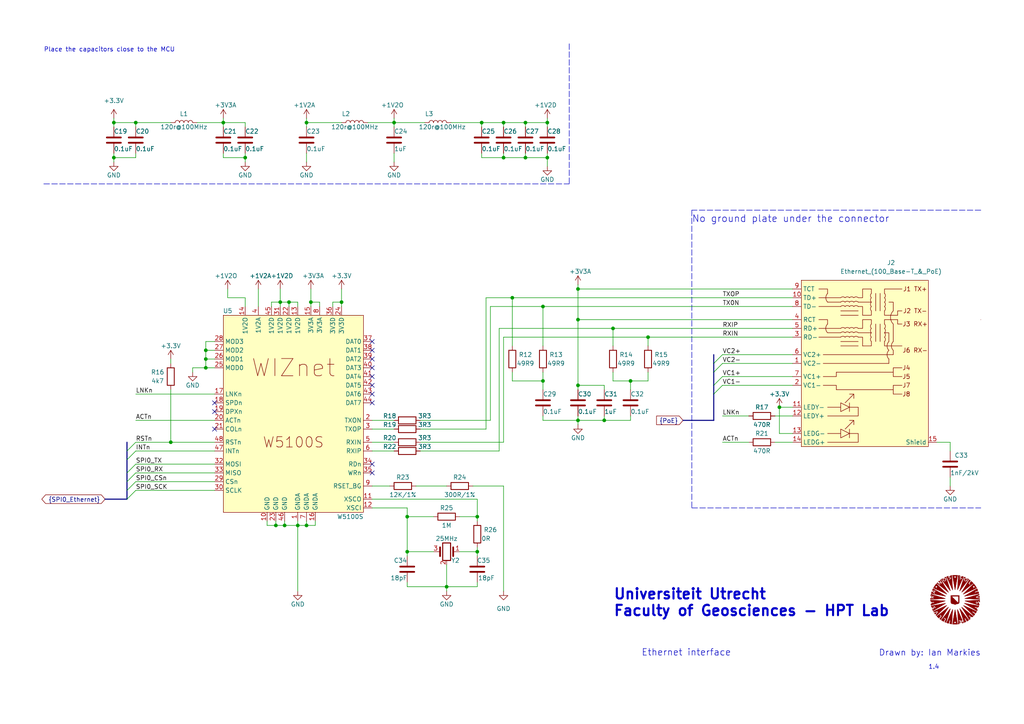
<source format=kicad_sch>
(kicad_sch (version 20211123) (generator eeschema)
  (paper "A4")
  (lib_symbols
    (symbol "+1V2A_1" (power) (in_bom no) (on_board no)
      (property "Value" "+1V2A_1" (at -3.81 3.81 0))
      (symbol "+1V2A_1_1_1"
        (pin power_in line (at 0 0 90) (length 0) hide (name "+1V2A") (number "1"))
      )
    )
    (symbol "+1V2D_1" (power) (in_bom no) (on_board no)
      (property "Value" "+1V2D_1" (at -3.81 3.81 0))
      (symbol "+1V2D_1_1_1"
        (pin power_in line (at 0 0 90) (length 0) hide (name "+1V2D") (number "1"))
      )
    )
    (symbol "+3V3A_1" (power) (in_bom no) (on_board no)
      (property "Value" "+3V3A" (at -2.54 3.81 0))
      (symbol "+3V3A_1_1_1"
        (pin power_in line (at 0 0 90) (length 0) hide (name "+3V3A") (number "1"))
      )
    )
    (symbol "Device:C" (pin_numbers hide) (pin_names (offset 0.254))
      (property "Reference" "C" (at 0.635 2.54 0))
      (property "Value" "C" (at 0.635 -2.54 0))
      (symbol "C_1_1"
        (pin passive line (at 0 3.81 270) (length 2.794) (name "~") (number "1"))
        (pin passive line (at 0 -3.81 90) (length 2.794) (name "~") (number "2"))
      )
    )
    (symbol "Device:L" (pin_numbers hide) (pin_names (offset 1.016) hide)
      (property "Reference" "L" (at -1.27 0 90))
      (property "Value" "L" (at 1.905 0 90))
      (symbol "L_1_1"
        (pin passive line (at 0 3.81 270) (length 1.27) (name "1") (number "1"))
        (pin passive line (at 0 -3.81 90) (length 1.27) (name "2") (number "2"))
      )
    )
    (symbol "Device:R" (pin_numbers hide) (pin_names (offset 0))
      (property "Reference" "R" (at 2.032 0 90))
      (property "Value" "R" (at 0 0 90))
      (symbol "R_1_1"
        (pin passive line (at 0 3.81 270) (length 1.27) (name "~") (number "1"))
        (pin passive line (at 0 -3.81 90) (length 1.27) (name "~") (number "2"))
      )
    )
    (symbol "HPT:+1V2A" (power) (in_bom no) (on_board no)
      (property "Value" "+1V2A" (at 0 5.08 0))
      (symbol "+1V2A_1_1"
        (pin power_in line (at 0 0 90) (length 0) hide (name "+1V2A") (number "1"))
      )
    )
    (symbol "HPT:+1V2D" (power) (in_bom no) (on_board no)
      (property "Value" "+1V2D" (at 0 5.08 0))
      (symbol "+1V2D_1_1"
        (pin power_in line (at 0 0 90) (length 0) hide (name "+1V2D") (number "1"))
      )
    )
    (symbol "HPT:+1V2O" (power) (in_bom no) (on_board no)
      (property "Value" "+1V2O" (at 0 5.08 0))
      (symbol "+1V2O_1_1"
        (pin power_in line (at 0 0 90) (length 0) hide (name "+1V2O") (number "1"))
      )
    )
    (symbol "HPT:+3V3A" (power) (in_bom no) (on_board no)
      (property "Value" "+3V3A" (at 0 5.08 0))
      (symbol "+3V3A_1_1"
        (pin input line (at 0 0 90) (length 0) hide (name "+3V3A") (number "1"))
      )
    )
    (symbol "HPT:Crystal"
      (property "Reference" "U" (at 1.27 6.35 0))
      (property "Value" "Crystal" (at 0 -8.89 0))
      (symbol "Crystal_1_1"
        (pin passive line (at -3.81 0 0) (length 1.27) (name "") (number "1"))
        (pin passive line (at 0 -3.81 90) (length 1.27) (name "") (number "2"))
        (pin passive line (at 3.81 0 180) (length 1.27) (name "") (number "3"))
        (pin passive line (at 0 -3.81 90) (length 1.27) hide (name "") (number "4"))
      )
    )
    (symbol "HPT:Ethernet_(100_Base-T_&_PoE)"
      (property "Reference" "J?" (at -16.51 29.21 0))
      (property "Value" "Ethernet_(100_Base-T_&_PoE)" (at -2.54 -21.59 0))
      (symbol "Ethernet_(100_Base-T_&_PoE)_0_0"
        (text "J1 TX+" (at 15.24 25.4 0) (effects (font (size 1.27 1.27))))
        (text "J2 TX-" (at 15.24 19.05 0) (effects (font (size 1.27 1.27))))
        (text "J3 RX+" (at 15.24 15.24 0) (effects (font (size 1.27 1.27))))
        (text "J4" (at 12.7 2.54 0) (effects (font (size 1.27 1.27))))
        (text "J5" (at 12.7 0 0) (effects (font (size 1.27 1.27))))
        (text "J6 RX-" (at 15.24 7.62 0) (effects (font (size 1.27 1.27))))
        (text "J7" (at 12.7 -2.54 0) (effects (font (size 1.27 1.27))))
        (text "J8" (at 12.7 -5.08 0) (effects (font (size 1.27 1.27))))
      )
      (symbol "Ethernet_(100_Base-T_&_PoE)_1_1"
        (pin output line (at -20.32 3.81 0) (length 2.54) (name "VC2-") (number "1"))
        (pin input line (at -20.32 22.86 0) (length 2.54) (name "TD+") (number "10"))
        (pin input line (at -20.32 -8.89 0) (length 2.54) (name "LEDY-") (number "11"))
        (pin input line (at -20.32 -11.43 0) (length 2.54) (name "LEDY+") (number "12"))
        (pin input line (at -20.32 -16.51 0) (length 2.54) (name "LEDG-") (number "13"))
        (pin input line (at -20.32 -19.05 0) (length 2.54) (name "LEDG+") (number "14"))
        (pin input line (at 21.59 -19.05 180) (length 2.54) (name "Shield") (number "15"))
        (pin input line (at 21.59 -19.05 180) (length 2.54) hide (name "Shield") (number "16"))
        (pin output line (at -20.32 -2.54 0) (length 2.54) (name "VC1-") (number "2"))
        (pin input line (at -20.32 11.43 0) (length 2.54) (name "RD-") (number "3"))
        (pin input line (at -20.32 16.51 0) (length 2.54) (name "RCT") (number "4"))
        (pin input line (at -20.32 13.97 0) (length 2.54) (name "RD+") (number "5"))
        (pin output line (at -20.32 6.35 0) (length 2.54) (name "VC2+") (number "6"))
        (pin output line (at -20.32 0 0) (length 2.54) (name "VC1+") (number "7"))
        (pin input line (at -20.32 20.32 0) (length 2.54) (name "TD-") (number "8"))
        (pin input line (at -20.32 25.4 0) (length 2.54) (name "TCT") (number "9"))
      )
    )
    (symbol "HPT:LOGO" (pin_names (offset 1.016)))
    (symbol "HPT:W5100S"
      (property "Reference" "U" (at -20.32 38.1 0))
      (property "Value" "W5100S" (at 20.32 -22.86 0))
      (symbol "W5100S_0_0"
        (text "W5100S" (at 0 0 0) (effects (font (size 3 3))))
        (text "WIZnet" (at 0 21.59 0) (effects (font (size 5 5))))
      )
      (symbol "W5100S_1_1"
        (pin input line (at -1.27 -22.86 90) (length 2.54) (name "GNDA") (number "1"))
        (pin input line (at 7.62 -22.86 90) (length 2.54) (name "GND") (number "10"))
        (pin input line (at -22.86 -16.51 0) (length 2.54) (name "XSCO") (number "11"))
        (pin input line (at -22.86 -19.05 0) (length 2.54) (name "XSCI") (number "12"))
        (pin input line (at -1.27 39.37 270) (length 2.54) (name "1V2D") (number "13"))
        (pin input line (at 13.97 39.37 270) (length 2.54) (name "1V2O") (number "14"))
        (pin input line (at -5.08 39.37 270) (length 2.54) (name "3V3A") (number "15"))
        (pin input line (at -6.35 -22.86 90) (length 2.54) (name "GNDA") (number "16"))
        (pin bidirectional line (at 22.86 13.97 180) (length 2.54) (name "LNKn") (number "17"))
        (pin bidirectional line (at 22.86 11.43 180) (length 2.54) (name "SPDn") (number "18"))
        (pin bidirectional line (at 22.86 8.89 180) (length 2.54) (name "DPXn") (number "19"))
        (pin input line (at -22.86 6.35 0) (length 2.54) (name "TXON") (number "2"))
        (pin bidirectional line (at 22.86 6.35 180) (length 2.54) (name "ACTn") (number "20"))
        (pin bidirectional line (at 22.86 3.81 180) (length 2.54) (name "COLn") (number "21"))
        (pin input line (at 1.27 39.37 270) (length 2.54) (name "1V2D") (number "22"))
        (pin input line (at 5.08 -22.86 90) (length 2.54) (name "GND") (number "23"))
        (pin input line (at -13.97 39.37 270) (length 2.54) (name "3V3D") (number "24"))
        (pin input line (at 22.86 21.59 180) (length 2.54) (name "MOD0") (number "25"))
        (pin input line (at 22.86 24.13 180) (length 2.54) (name "MOD1") (number "26"))
        (pin input line (at 22.86 26.67 180) (length 2.54) (name "MOD2") (number "27"))
        (pin input line (at 22.86 29.21 180) (length 2.54) (name "MOD3") (number "28"))
        (pin bidirectional line (at 22.86 -11.43 180) (length 2.54) (name "CSn") (number "29"))
        (pin input line (at -22.86 3.81 0) (length 2.54) (name "TXOP") (number "3"))
        (pin bidirectional line (at 22.86 -13.97 180) (length 2.54) (name "SCLK") (number "30"))
        (pin input line (at 3.81 39.37 270) (length 2.54) (name "1V2D") (number "31"))
        (pin bidirectional line (at 22.86 -6.35 180) (length 2.54) (name "MOSI") (number "32"))
        (pin bidirectional line (at 22.86 -8.89 180) (length 2.54) (name "MISO") (number "33"))
        (pin input line (at -22.86 -6.35 0) (length 2.54) (name "RDn") (number "34"))
        (pin input line (at -22.86 -8.89 0) (length 2.54) (name "WRn") (number "35"))
        (pin input line (at -11.43 39.37 270) (length 2.54) (name "3V3D") (number "36"))
        (pin input line (at -22.86 29.21 0) (length 2.54) (name "DAT0") (number "37"))
        (pin input line (at -22.86 26.67 0) (length 2.54) (name "DAT1") (number "38"))
        (pin input line (at -22.86 24.13 0) (length 2.54) (name "DAT2") (number "39"))
        (pin input line (at 10.16 39.37 270) (length 2.54) (name "1V2A") (number "4"))
        (pin input line (at -22.86 21.59 0) (length 2.54) (name "DAT3") (number "40"))
        (pin input line (at -22.86 19.05 0) (length 2.54) (name "DAT4") (number "41"))
        (pin input line (at -22.86 16.51 0) (length 2.54) (name "DAT5") (number "42"))
        (pin input line (at -22.86 13.97 0) (length 2.54) (name "DAT6") (number "43"))
        (pin input line (at -22.86 11.43 0) (length 2.54) (name "DAT7") (number "44"))
        (pin input line (at 6.35 39.37 270) (length 2.54) (name "1V2D") (number "45"))
        (pin input line (at 2.54 -22.86 90) (length 2.54) (name "GND") (number "46"))
        (pin bidirectional line (at 22.86 -2.54 180) (length 2.54) (name "INTn") (number "47"))
        (pin bidirectional line (at 22.86 0 180) (length 2.54) (name "RSTn") (number "48"))
        (pin input line (at -22.86 0 0) (length 2.54) (name "RXIN") (number "5"))
        (pin input line (at -22.86 -2.54 0) (length 2.54) (name "RXIP") (number "6"))
        (pin input line (at -3.81 -22.86 90) (length 2.54) (name "GNDA") (number "7"))
        (pin input line (at -7.62 39.37 270) (length 2.54) (name "3V3A") (number "8"))
        (pin input line (at -22.86 -12.7 0) (length 2.54) (name "RSET_BG") (number "9"))
      )
    )
    (symbol "power:+3.3V" (power) (pin_names (offset 0))
      (property "Value" "+3.3V" (at 0 3.556 0))
      (symbol "+3.3V_1_1"
        (pin power_in line (at 0 0 90) (length 0) hide (name "+3.3V") (number "1"))
      )
    )
    (symbol "power:GND" (power) (pin_names (offset 0))
      (property "Value" "GND" (at 0 -3.81 0))
      (symbol "GND_1_1"
        (pin power_in line (at 0 0 270) (length 0) hide (name "GND") (number "1"))
      )
    )
  )
  (junction (at 129.54 170.18))
  (junction (at 49.53 128.27))
  (junction (at 33.02 35.56))
  (junction (at 146.05 45.72))
  (junction (at 158.75 35.56))
  (junction (at 152.4 35.56))
  (junction (at 59.69 101.6))
  (junction (at 82.55 152.4))
  (junction (at 139.7 35.56))
  (junction (at 167.64 83.82))
  (junction (at 175.26 121.92))
  (junction (at 138.43 149.86))
  (junction (at 167.64 92.71))
  (junction (at 39.37 35.56))
  (junction (at 64.77 35.56))
  (junction (at 157.48 110.49))
  (junction (at 99.06 87.63))
  (junction (at 158.75 45.72))
  (junction (at 182.88 110.49))
  (junction (at 80.01 152.4))
  (junction (at 83.82 87.63))
  (junction (at 138.43 160.02))
  (junction (at 114.3 35.56))
  (junction (at 226.06 118.11))
  (junction (at 146.05 35.56))
  (junction (at 148.59 86.36))
  (junction (at 88.9 152.4))
  (junction (at 177.8 95.25))
  (junction (at 86.36 152.4))
  (junction (at 167.64 111.76))
  (junction (at 88.9 35.56))
  (junction (at 90.17 87.63))
  (junction (at 71.12 45.72))
  (junction (at 59.69 106.68))
  (junction (at 152.4 45.72))
  (junction (at 157.48 88.9))
  (junction (at 118.11 149.86))
  (junction (at 81.28 87.63))
  (junction (at 118.11 160.02))
  (junction (at 167.64 121.92))
  (junction (at 59.69 104.14))
  (junction (at 33.02 45.72))
  (junction (at 187.96 97.79))
  (no_connect (at 107.95 137.16))
  (no_connect (at 107.95 134.62))
  (no_connect (at 62.23 116.84))
  (no_connect (at 62.23 124.46))
  (no_connect (at 62.23 119.38))
  (no_connect (at 107.95 109.22))
  (no_connect (at 107.95 106.68))
  (no_connect (at 107.95 111.76))
  (no_connect (at 107.95 114.3))
  (no_connect (at 107.95 116.84))
  (no_connect (at 107.95 104.14))
  (no_connect (at 107.95 101.6))
  (no_connect (at 107.95 99.06))
  (bus_entry (at 36.83 142.24) (size 2.54 -2.54))
  (bus_entry (at 36.83 130.81) (size 2.54 -2.54))
  (bus_entry (at 209.55 109.22) (size -2.54 2.54))
  (bus_entry (at 209.55 105.41) (size -2.54 2.54))
  (bus_entry (at 209.55 102.87) (size -2.54 2.54))
  (bus_entry (at 36.83 139.7) (size 2.54 -2.54))
  (bus_entry (at 36.83 133.35) (size 2.54 -2.54))
  (bus_entry (at 36.83 144.78) (size 2.54 -2.54))
  (bus_entry (at 209.55 111.76) (size -2.54 2.54))
  (bus_entry (at 36.83 137.16) (size 2.54 -2.54))
  (wire (pts (xy 224.79 120.65) (xy 229.87 120.65)))
  (wire (pts (xy 39.37 137.16) (xy 62.23 137.16)))
  (wire (pts (xy 138.43 170.18) (xy 129.54 170.18)))
  (wire (pts (xy 99.06 83.82) (xy 99.06 87.63)))
  (wire (pts (xy 106.68 35.56) (xy 114.3 35.56)))
  (wire (pts (xy 82.55 152.4) (xy 86.36 152.4)))
  (wire (pts (xy 114.3 35.56) (xy 114.3 36.83)))
  (wire (pts (xy 182.88 110.49) (xy 182.88 113.03)))
  (wire (pts (xy 64.77 35.56) (xy 64.77 36.83)))
  (wire (pts (xy 138.43 170.18) (xy 138.43 168.91)))
  (wire (pts (xy 139.7 35.56) (xy 146.05 35.56)))
  (wire (pts (xy 33.02 45.72) (xy 33.02 44.45)))
  (wire (pts (xy 158.75 45.72) (xy 158.75 48.26)))
  (wire (pts (xy 33.02 35.56) (xy 33.02 36.83)))
  (wire (pts (xy 49.53 113.03) (xy 49.53 128.27)))
  (wire (pts (xy 129.54 170.18) (xy 118.11 170.18)))
  (wire (pts (xy 107.95 147.32) (xy 118.11 147.32)))
  (wire (pts (xy 157.48 120.65) (xy 157.48 121.92)))
  (wire (pts (xy 71.12 45.72) (xy 71.12 46.99)))
  (wire (pts (xy 62.23 99.06) (xy 59.69 99.06)))
  (wire (pts (xy 137.16 140.97) (xy 146.05 140.97)))
  (wire (pts (xy 114.3 35.56) (xy 123.19 35.56)))
  (bus (pts (xy 36.83 137.16) (xy 36.83 139.7)))
  (wire (pts (xy 114.3 46.99) (xy 114.3 44.45)))
  (wire (pts (xy 49.53 105.41) (xy 49.53 104.14)))
  (wire (pts (xy 88.9 151.13) (xy 88.9 152.4)))
  (wire (pts (xy 96.52 87.63) (xy 96.52 88.9)))
  (wire (pts (xy 167.64 92.71) (xy 229.87 92.71)))
  (wire (pts (xy 92.71 87.63) (xy 92.71 88.9)))
  (wire (pts (xy 118.11 149.86) (xy 118.11 160.02)))
  (wire (pts (xy 121.92 121.92) (xy 142.24 121.92)))
  (bus (pts (xy 36.83 142.24) (xy 36.83 144.78)))
  (wire (pts (xy 167.64 92.71) (xy 167.64 111.76)))
  (wire (pts (xy 88.9 34.29) (xy 88.9 35.56)))
  (wire (pts (xy 138.43 149.86) (xy 133.35 149.86)))
  (wire (pts (xy 81.28 87.63) (xy 78.74 87.63)))
  (wire (pts (xy 144.78 130.81) (xy 144.78 95.25)))
  (wire (pts (xy 157.48 107.95) (xy 157.48 110.49)))
  (polyline (pts (xy 200.66 147.32) (xy 284.48 147.32)))
  (wire (pts (xy 187.96 97.79) (xy 229.87 97.79)))
  (wire (pts (xy 107.95 140.97) (xy 113.03 140.97)))
  (wire (pts (xy 64.77 34.29) (xy 64.77 35.56)))
  (wire (pts (xy 139.7 45.72) (xy 146.05 45.72)))
  (wire (pts (xy 39.37 45.72) (xy 39.37 44.45)))
  (wire (pts (xy 146.05 35.56) (xy 152.4 35.56)))
  (polyline (pts (xy 12.7 53.34) (xy 165.1 53.34)))
  (bus (pts (xy 36.83 133.35) (xy 36.83 137.16)))
  (wire (pts (xy 71.12 45.72) (xy 71.12 44.45)))
  (wire (pts (xy 209.55 111.76) (xy 229.87 111.76)))
  (wire (pts (xy 90.17 83.82) (xy 90.17 87.63)))
  (wire (pts (xy 77.47 152.4) (xy 80.01 152.4)))
  (wire (pts (xy 64.77 35.56) (xy 71.12 35.56)))
  (polyline (pts (xy 165.1 12.7) (xy 165.1 53.34)))
  (wire (pts (xy 114.3 128.27) (xy 107.95 128.27)))
  (wire (pts (xy 78.74 87.63) (xy 78.74 88.9)))
  (bus (pts (xy 207.01 107.95) (xy 207.01 111.76)))
  (wire (pts (xy 33.02 45.72) (xy 39.37 45.72)))
  (wire (pts (xy 114.3 34.29) (xy 114.3 35.56)))
  (wire (pts (xy 125.73 149.86) (xy 118.11 149.86)))
  (wire (pts (xy 146.05 97.79) (xy 187.96 97.79)))
  (wire (pts (xy 138.43 151.13) (xy 138.43 149.86)))
  (wire (pts (xy 175.26 120.65) (xy 175.26 121.92)))
  (wire (pts (xy 71.12 35.56) (xy 71.12 36.83)))
  (wire (pts (xy 144.78 95.25) (xy 177.8 95.25)))
  (wire (pts (xy 121.92 128.27) (xy 146.05 128.27)))
  (wire (pts (xy 224.79 128.27) (xy 229.87 128.27)))
  (wire (pts (xy 74.93 83.82) (xy 74.93 88.9)))
  (wire (pts (xy 62.23 104.14) (xy 59.69 104.14)))
  (wire (pts (xy 59.69 104.14) (xy 59.69 101.6)))
  (bus (pts (xy 207.01 111.76) (xy 207.01 114.3)))
  (wire (pts (xy 139.7 45.72) (xy 139.7 44.45)))
  (bus (pts (xy 36.83 128.27) (xy 36.83 130.81)))
  (wire (pts (xy 146.05 45.72) (xy 146.05 44.45)))
  (wire (pts (xy 121.92 124.46) (xy 140.97 124.46)))
  (wire (pts (xy 59.69 106.68) (xy 55.88 106.68)))
  (wire (pts (xy 55.88 106.68) (xy 55.88 107.95)))
  (wire (pts (xy 88.9 44.45) (xy 88.9 46.99)))
  (wire (pts (xy 148.59 86.36) (xy 229.87 86.36)))
  (wire (pts (xy 158.75 45.72) (xy 158.75 44.45)))
  (wire (pts (xy 138.43 158.75) (xy 138.43 160.02)))
  (wire (pts (xy 158.75 35.56) (xy 158.75 36.83)))
  (wire (pts (xy 86.36 87.63) (xy 83.82 87.63)))
  (wire (pts (xy 39.37 128.27) (xy 49.53 128.27)))
  (wire (pts (xy 90.17 87.63) (xy 90.17 88.9)))
  (wire (pts (xy 121.92 130.81) (xy 144.78 130.81)))
  (wire (pts (xy 138.43 144.78) (xy 138.43 149.86)))
  (wire (pts (xy 167.64 121.92) (xy 175.26 121.92)))
  (wire (pts (xy 157.48 121.92) (xy 167.64 121.92)))
  (wire (pts (xy 209.55 109.22) (xy 229.87 109.22)))
  (wire (pts (xy 83.82 87.63) (xy 83.82 88.9)))
  (wire (pts (xy 80.01 152.4) (xy 82.55 152.4)))
  (wire (pts (xy 152.4 35.56) (xy 158.75 35.56)))
  (bus (pts (xy 36.83 130.81) (xy 36.83 133.35)))
  (bus (pts (xy 198.12 121.92) (xy 207.01 121.92)))
  (wire (pts (xy 64.77 45.72) (xy 71.12 45.72)))
  (wire (pts (xy 39.37 121.92) (xy 62.23 121.92)))
  (wire (pts (xy 118.11 170.18) (xy 118.11 168.91)))
  (bus (pts (xy 36.83 139.7) (xy 36.83 142.24)))
  (wire (pts (xy 142.24 88.9) (xy 142.24 121.92)))
  (wire (pts (xy 148.59 110.49) (xy 157.48 110.49)))
  (wire (pts (xy 57.15 35.56) (xy 64.77 35.56)))
  (wire (pts (xy 81.28 87.63) (xy 81.28 88.9)))
  (wire (pts (xy 118.11 160.02) (xy 118.11 161.29)))
  (wire (pts (xy 88.9 35.56) (xy 99.06 35.56)))
  (wire (pts (xy 86.36 151.13) (xy 86.36 152.4)))
  (wire (pts (xy 62.23 106.68) (xy 59.69 106.68)))
  (wire (pts (xy 114.3 130.81) (xy 107.95 130.81)))
  (wire (pts (xy 229.87 118.11) (xy 226.06 118.11)))
  (wire (pts (xy 120.65 140.97) (xy 129.54 140.97)))
  (polyline (pts (xy 284.48 60.96) (xy 200.66 60.96)))
  (wire (pts (xy 81.28 83.82) (xy 81.28 87.63)))
  (wire (pts (xy 49.53 128.27) (xy 62.23 128.27)))
  (wire (pts (xy 133.35 160.02) (xy 138.43 160.02)))
  (bus (pts (xy 30.48 144.78) (xy 36.83 144.78)))
  (wire (pts (xy 107.95 144.78) (xy 138.43 144.78)))
  (wire (pts (xy 77.47 151.13) (xy 77.47 152.4)))
  (wire (pts (xy 114.3 121.92) (xy 107.95 121.92)))
  (wire (pts (xy 118.11 160.02) (xy 125.73 160.02)))
  (wire (pts (xy 33.02 35.56) (xy 33.02 34.29)))
  (wire (pts (xy 39.37 142.24) (xy 62.23 142.24)))
  (wire (pts (xy 86.36 88.9) (xy 86.36 87.63)))
  (wire (pts (xy 148.59 86.36) (xy 148.59 100.33)))
  (wire (pts (xy 209.55 102.87) (xy 229.87 102.87)))
  (wire (pts (xy 39.37 130.81) (xy 62.23 130.81)))
  (wire (pts (xy 209.55 120.65) (xy 217.17 120.65)))
  (wire (pts (xy 33.02 46.99) (xy 33.02 45.72)))
  (wire (pts (xy 157.48 100.33) (xy 157.48 88.9)))
  (wire (pts (xy 139.7 35.56) (xy 139.7 36.83)))
  (wire (pts (xy 71.12 86.36) (xy 71.12 88.9)))
  (wire (pts (xy 99.06 87.63) (xy 96.52 87.63)))
  (wire (pts (xy 177.8 95.25) (xy 229.87 95.25)))
  (wire (pts (xy 175.26 111.76) (xy 167.64 111.76)))
  (wire (pts (xy 182.88 110.49) (xy 187.96 110.49)))
  (wire (pts (xy 64.77 45.72) (xy 64.77 44.45)))
  (wire (pts (xy 39.37 114.3) (xy 62.23 114.3)))
  (wire (pts (xy 118.11 147.32) (xy 118.11 149.86)))
  (wire (pts (xy 86.36 152.4) (xy 88.9 152.4)))
  (wire (pts (xy 157.48 88.9) (xy 229.87 88.9)))
  (wire (pts (xy 39.37 35.56) (xy 39.37 36.83)))
  (wire (pts (xy 39.37 139.7) (xy 62.23 139.7)))
  (wire (pts (xy 175.26 121.92) (xy 182.88 121.92)))
  (wire (pts (xy 66.04 83.82) (xy 66.04 86.36)))
  (wire (pts (xy 59.69 101.6) (xy 59.69 99.06)))
  (wire (pts (xy 142.24 88.9) (xy 157.48 88.9)))
  (wire (pts (xy 91.44 151.13) (xy 91.44 152.4)))
  (wire (pts (xy 167.64 120.65) (xy 167.64 121.92)))
  (wire (pts (xy 148.59 107.95) (xy 148.59 110.49)))
  (wire (pts (xy 146.05 128.27) (xy 146.05 97.79)))
  (polyline (pts (xy 200.66 60.96) (xy 200.66 147.32)))
  (wire (pts (xy 39.37 35.56) (xy 33.02 35.56)))
  (wire (pts (xy 138.43 160.02) (xy 138.43 161.29)))
  (wire (pts (xy 99.06 87.63) (xy 99.06 88.9)))
  (wire (pts (xy 187.96 97.79) (xy 187.96 100.33)))
  (wire (pts (xy 146.05 140.97) (xy 146.05 171.45)))
  (wire (pts (xy 146.05 45.72) (xy 152.4 45.72)))
  (wire (pts (xy 177.8 107.95) (xy 177.8 110.49)))
  (wire (pts (xy 90.17 87.63) (xy 92.71 87.63)))
  (wire (pts (xy 129.54 171.45) (xy 129.54 170.18)))
  (wire (pts (xy 140.97 124.46) (xy 140.97 86.36)))
  (wire (pts (xy 129.54 163.83) (xy 129.54 170.18)))
  (wire (pts (xy 146.05 35.56) (xy 146.05 36.83)))
  (wire (pts (xy 86.36 152.4) (xy 86.36 171.45)))
  (wire (pts (xy 167.64 121.92) (xy 167.64 123.19)))
  (wire (pts (xy 152.4 45.72) (xy 158.75 45.72)))
  (wire (pts (xy 88.9 152.4) (xy 91.44 152.4)))
  (wire (pts (xy 182.88 121.92) (xy 182.88 120.65)))
  (wire (pts (xy 167.64 83.82) (xy 167.64 92.71)))
  (wire (pts (xy 177.8 95.25) (xy 177.8 100.33)))
  (wire (pts (xy 167.64 82.55) (xy 167.64 83.82)))
  (wire (pts (xy 167.64 111.76) (xy 167.64 113.03)))
  (wire (pts (xy 152.4 35.56) (xy 152.4 36.83)))
  (wire (pts (xy 157.48 110.49) (xy 157.48 113.03)))
  (wire (pts (xy 271.78 128.27) (xy 275.59 128.27)))
  (wire (pts (xy 158.75 34.29) (xy 158.75 35.56)))
  (bus (pts (xy 207.01 105.41) (xy 207.01 107.95)))
  (wire (pts (xy 59.69 106.68) (xy 59.69 104.14)))
  (wire (pts (xy 81.28 87.63) (xy 83.82 87.63)))
  (wire (pts (xy 114.3 124.46) (xy 107.95 124.46)))
  (wire (pts (xy 275.59 140.97) (xy 275.59 138.43)))
  (wire (pts (xy 62.23 101.6) (xy 59.69 101.6)))
  (wire (pts (xy 226.06 125.73) (xy 226.06 118.11)))
  (bus (pts (xy 207.01 114.3) (xy 207.01 121.92)))
  (wire (pts (xy 209.55 105.41) (xy 229.87 105.41)))
  (wire (pts (xy 177.8 110.49) (xy 182.88 110.49)))
  (wire (pts (xy 82.55 151.13) (xy 82.55 152.4)))
  (wire (pts (xy 130.81 35.56) (xy 139.7 35.56)))
  (wire (pts (xy 229.87 125.73) (xy 226.06 125.73)))
  (wire (pts (xy 140.97 86.36) (xy 148.59 86.36)))
  (wire (pts (xy 39.37 134.62) (xy 62.23 134.62)))
  (wire (pts (xy 49.53 35.56) (xy 39.37 35.56)))
  (wire (pts (xy 152.4 45.72) (xy 152.4 44.45)))
  (bus (pts (xy 207.01 102.87) (xy 207.01 105.41)))
  (wire (pts (xy 175.26 111.76) (xy 175.26 113.03)))
  (wire (pts (xy 187.96 107.95) (xy 187.96 110.49)))
  (wire (pts (xy 88.9 35.56) (xy 88.9 36.83)))
  (wire (pts (xy 275.59 128.27) (xy 275.59 130.81)))
  (wire (pts (xy 167.64 83.82) (xy 229.87 83.82)))
  (wire (pts (xy 80.01 151.13) (xy 80.01 152.4)))
  (wire (pts (xy 209.55 128.27) (xy 217.17 128.27)))
  (wire (pts (xy 66.04 86.36) (xy 71.12 86.36)))
  (text "No ground plate under the connector\n" (at 200.66 64.77 0) (effects (font (size 2 2)) (justify left bottom)))
  (text "Ethernet interface" (at 212.09 190.5 180) (effects (font (size 1.905 1.905)) (justify right bottom)))
  (text "Universiteit Utrecht\nFaculty of Geosciences - HPT Lab" (at 177.8 179.07 0) (effects (font (size 3 3) (thickness 0.6) bold) (justify left bottom)))
  (text "Drawn by: Ian Markies" (at 284.48 190.5 180) (effects (font (size 1.75 1.75)) (justify right bottom)))
  (text "1.4\n" (at 269.24 194.31 0) (effects (font (size 1.27 1.27)) (justify left bottom)))
  (text "Place the capacitors close to the MCU" (at 12.7 15.24 0) (effects (font (size 1.27 1.27)) (justify left bottom)))
  (label "TX0N" (at 209.55 88.9 0))
  (label "ACTn" (at 209.55 128.27 0))
  (label "SPI0_RX" (at 39.37 137.16 0))
  (label "VC2+" (at 209.55 102.87 0))
  (label "RSTn" (at 39.37 128.27 0))
  (label "SPI0_CSn" (at 39.37 139.7 0))
  (label "SPI0_SCK" (at 39.37 142.24 0))
  (label "VC1-" (at 209.55 111.76 0))
  (label "TXOP" (at 209.55 86.36 0))
  (label "INTn" (at 39.37 130.81 0))
  (label "LNKn" (at 209.55 120.65 0))
  (label "SPI0_TX" (at 39.37 134.62 0))
  (label "LNKn" (at 39.37 114.3 0))
  (label "ACTn" (at 39.37 121.92 0))
  (label "RXIN" (at 209.55 97.79 0))
  (label "VC2-" (at 209.55 105.41 0))
  (label "VC1+" (at 209.55 109.22 0))
  (label "RXIP" (at 209.55 95.25 0))
  (global_label "{SPI0_Ethernet}" (shape bidirectional) (at 30.48 144.78 180) (property "Intersheet References" "${INTERSHEET_REFS}" (effects hide)))
  (global_label "{PoE}" (shape input) (at 198.12 121.92 180) (property "Intersheet References" "${INTERSHEET_REFS}" (effects hide)))
  (symbol (lib_id "Device:R") (at 148.59 104.14 180) (unit 1)
    (property "Reference" "R12" (at 152.4 102.87 0))
    (property "Value" "49R9" (at 152.4 105.41 0))
    (property "Footprint" "Resistor_SMD:R_0402_1005Metric" (effects hide))
  )
  (symbol (lib_id "Device:C") (at 175.26 116.84 0) (unit 1)
    (property "Reference" "C31" (at 175.26 114.3 0) (effects (justify left)))
    (property "Value" "1uF" (at 175.26 119.38 0) (effects (justify left)))
    (property "Footprint" "Capacitor_SMD:C_0402_1005Metric" (effects hide))
  )
  (symbol (lib_id "HPT:Crystal") (at 129.54 160.02 0) (mirror y) (unit 1)
    (property "Reference" "Y2" (at 132.08 162.56 0))
    (property "Value" "25MHz" (at 129.54 156.21 0))
    (property "Footprint" "Crystal:Crystal_SMD_Abracon_ABM8G-4Pin_3.2x2.5mm" (effects hide))
  )
  (symbol (lib_id "power:GND") (at 33.02 46.99 0) (unit 1)
    (property "Reference" "#PWR026" (effects hide))
    (property "Value" "GND" (at 33.02 50.8 0))
  )
  (symbol (lib_id "Device:L") (at 53.34 35.56 90) (unit 1)
    (property "Reference" "L1" (at 53.34 33.02 90))
    (property "Value" "120r@100MHz" (at 53.34 36.83 90))
    (property "Footprint" "Inductor_SMD:L_0402_1005Metric" (effects hide))
  )
  (symbol (lib_id "power:GND") (at 275.59 140.97 0) (unit 1)
    (property "Reference" "#PWR036" (effects hide))
    (property "Value" "GND" (at 275.59 144.78 0))
  )
  (symbol (lib_id "HPT:W5100S") (at 85.09 128.27 0) (mirror y) (unit 1)
    (property "Reference" "U5" (at 66.04 90.17 0))
    (property "Value" "W5100S" (at 101.6 149.86 0))
    (property "Footprint" "HPT:LQFP48" (effects hide))
  )
  (symbol (lib_name "+3V3A_1") (lib_id "HPT:+3V3A") (at 90.17 83.82 0) (unit 1) (in_bom no) (on_board no)
    (property "Reference" "#PWR033A0101" (effects hide))
    (property "Value" "+3V3A" (at 87.63 80.01 0) (effects (justify left)))
  )
  (symbol (lib_id "Device:R") (at 133.35 140.97 270) (mirror x) (unit 1)
    (property "Reference" "R24" (at 133.35 138.43 90))
    (property "Value" "300R/1%" (at 133.35 143.51 90))
    (property "Footprint" "Resistor_SMD:R_0402_1005Metric" (effects hide))
  )
  (symbol (lib_id "HPT:+1V2D") (at 158.75 34.29 0) (unit 1) (in_bom no) (on_board no)
    (property "Reference" "#U08" (effects hide))
    (property "Value" "+1V2D" (at 154.94 30.48 0) (effects (justify left)))
  )
  (symbol (lib_id "Device:R") (at 187.96 104.14 180) (unit 1)
    (property "Reference" "R15" (at 191.77 102.87 0))
    (property "Value" "49R9" (at 191.77 105.41 0))
    (property "Footprint" "Resistor_SMD:R_0402_1005Metric" (effects hide))
  )
  (symbol (lib_id "power:+3.3V") (at 226.06 118.11 0) (unit 1)
    (property "Reference" "#PWR034" (effects hide))
    (property "Value" "+3.3V" (at 226.06 114.3 0))
  )
  (symbol (lib_id "power:GND") (at 129.54 171.45 0) (mirror y) (unit 1)
    (property "Reference" "#PWR038" (effects hide))
    (property "Value" "GND" (at 129.54 175.26 0))
  )
  (symbol (lib_id "HPT:+1V2A") (at 88.9 34.29 0) (unit 1) (in_bom no) (on_board no)
    (property "Reference" "#U06" (effects hide))
    (property "Value" "+1V2A" (at 85.09 30.48 0) (effects (justify left)))
  )
  (symbol (lib_id "Device:C") (at 158.75 40.64 0) (unit 1)
    (property "Reference" "C28" (at 158.75 38.1 0) (effects (justify left)))
    (property "Value" "0.1uF" (at 158.75 43.18 0) (effects (justify left)))
    (property "Footprint" "Capacitor_SMD:C_0402_1005Metric" (effects hide))
  )
  (symbol (lib_id "Device:C") (at 114.3 40.64 0) (unit 1)
    (property "Reference" "C24" (at 114.3 38.1 0) (effects (justify left)))
    (property "Value" "1uF" (at 114.3 43.18 0) (effects (justify left)))
    (property "Footprint" "Capacitor_SMD:C_0402_1005Metric" (effects hide))
  )
  (symbol (lib_id "Device:R") (at 220.98 128.27 270) (unit 1)
    (property "Reference" "R21" (at 220.98 125.73 90))
    (property "Value" "470R" (at 220.98 130.81 90))
    (property "Footprint" "Resistor_SMD:R_0402_1005Metric" (effects hide))
  )
  (symbol (lib_id "Device:C") (at 118.11 165.1 0) (mirror y) (unit 1)
    (property "Reference" "C34" (at 118.11 162.56 0) (effects (justify left)))
    (property "Value" "18pF" (at 118.11 167.64 0) (effects (justify left)))
    (property "Footprint" "Capacitor_SMD:C_0402_1005Metric" (effects hide))
  )
  (symbol (lib_id "power:+3.3V") (at 49.53 104.14 0) (unit 1)
    (property "Reference" "#PWR032" (effects hide))
    (property "Value" "+3.3V" (at 49.53 100.33 0))
  )
  (symbol (lib_id "Device:C") (at 182.88 116.84 0) (unit 1)
    (property "Reference" "C32" (at 182.88 114.3 0) (effects (justify left)))
    (property "Value" "0.1uF" (at 182.88 119.38 0) (effects (justify left)))
    (property "Footprint" "Capacitor_SMD:C_0402_1005Metric" (effects hide))
  )
  (symbol (lib_id "HPT:+1V2O") (at 66.04 83.82 0) (unit 1) (in_bom no) (on_board no)
    (property "Reference" "#PWR012O0101" (effects hide))
    (property "Value" "+1V2O" (at 62.23 80.01 0) (effects (justify left)))
  )
  (symbol (lib_id "power:GND") (at 146.05 171.45 0) (unit 1)
    (property "Reference" "#PWR039" (effects hide))
    (property "Value" "GND" (at 146.05 176.53 0))
  )
  (symbol (lib_id "Device:R") (at 157.48 104.14 180) (unit 1)
    (property "Reference" "R13" (at 161.29 102.87 0))
    (property "Value" "49R9" (at 161.29 105.41 0))
    (property "Footprint" "Resistor_SMD:R_0402_1005Metric" (effects hide))
  )
  (symbol (lib_id "Device:C") (at 139.7 40.64 0) (unit 1)
    (property "Reference" "C25" (at 139.7 38.1 0) (effects (justify left)))
    (property "Value" "0.1uF" (at 139.7 43.18 0) (effects (justify left)))
    (property "Footprint" "Capacitor_SMD:C_0402_1005Metric" (effects hide))
  )
  (symbol (lib_id "Device:C") (at 71.12 40.64 0) (unit 1)
    (property "Reference" "C22" (at 71.12 38.1 0) (effects (justify left)))
    (property "Value" "0.1uF" (at 71.12 43.18 0) (effects (justify left)))
    (property "Footprint" "Capacitor_SMD:C_0402_1005Metric" (effects hide))
  )
  (symbol (lib_id "Device:R") (at 138.43 154.94 0) (mirror x) (unit 1)
    (property "Reference" "R26" (at 142.24 153.67 0))
    (property "Value" "0R" (at 140.97 156.21 0))
    (property "Footprint" "Resistor_SMD:R_0402_1005Metric" (effects hide))
  )
  (symbol (lib_id "Device:C") (at 138.43 165.1 0) (mirror y) (unit 1)
    (property "Reference" "C35" (at 142.24 162.56 0) (effects (justify left)))
    (property "Value" "18pF" (at 143.51 167.64 0) (effects (justify left)))
    (property "Footprint" "Capacitor_SMD:C_0402_1005Metric" (effects hide))
  )
  (symbol (lib_id "Device:C") (at 146.05 40.64 0) (unit 1)
    (property "Reference" "C26" (at 146.05 38.1 0) (effects (justify left)))
    (property "Value" "0.1uF" (at 146.05 43.18 0) (effects (justify left)))
    (property "Footprint" "Capacitor_SMD:C_0402_1005Metric" (effects hide))
  )
  (symbol (lib_id "HPT:+1V2O") (at 114.3 34.29 0) (unit 1) (in_bom no) (on_board no)
    (property "Reference" "#U0101" (effects hide))
    (property "Value" "+1V2O" (at 110.49 30.48 0) (effects (justify left)))
  )
  (symbol (lib_id "power:GND") (at 114.3 46.99 0) (unit 1)
    (property "Reference" "#PWR029" (effects hide))
    (property "Value" "GND" (at 114.3 50.8 0))
  )
  (symbol (lib_id "Device:L") (at 127 35.56 90) (unit 1)
    (property "Reference" "L3" (at 124.46 33.02 90))
    (property "Value" "120r@100MHz" (at 128.27 36.83 90))
    (property "Footprint" "Inductor_SMD:L_0402_1005Metric" (effects hide))
  )
  (symbol (lib_id "Device:C") (at 39.37 40.64 0) (unit 1)
    (property "Reference" "C20" (at 39.37 38.1 0) (effects (justify left)))
    (property "Value" "0.1uF" (at 39.37 43.18 0) (effects (justify left)))
    (property "Footprint" "Capacitor_SMD:C_0402_1005Metric" (effects hide))
  )
  (symbol (lib_id "power:GND") (at 55.88 107.95 0) (unit 1)
    (property "Reference" "#PWR033" (effects hide))
    (property "Value" "GND" (at 55.88 111.76 0))
  )
  (symbol (lib_id "Device:R") (at 177.8 104.14 180) (unit 1)
    (property "Reference" "R14" (at 181.61 102.87 0))
    (property "Value" "49R9" (at 181.61 105.41 0))
    (property "Footprint" "Resistor_SMD:R_0402_1005Metric" (effects hide))
  )
  (symbol (lib_name "+1V2D_1") (lib_id "HPT:+1V2D") (at 81.28 83.82 0) (mirror y) (unit 1)
    (property "Reference" "#PWR012D0101" (effects hide))
    (property "Value" "+1V2D" (at 85.09 80.01 0) (effects (justify left)))
  )
  (symbol (lib_id "Device:R") (at 49.53 109.22 0) (unit 1)
    (property "Reference" "R16" (at 45.72 107.95 0))
    (property "Value" "4k7" (at 45.72 110.49 0))
    (property "Footprint" "Resistor_SMD:R_0402_1005Metric" (effects hide))
  )
  (symbol (lib_id "Device:C") (at 275.59 134.62 0) (unit 1)
    (property "Reference" "C33" (at 276.86 132.08 0) (effects (justify left)))
    (property "Value" "1nF/2kV" (at 275.59 137.16 0) (effects (justify left)))
    (property "Footprint" "Capacitor_SMD:C_1206_3216Metric" (effects hide))
  )
  (symbol (lib_id "power:+3.3V") (at 33.02 34.29 0) (unit 1)
    (property "Reference" "#PWR025" (effects hide))
    (property "Value" "+3.3V" (at 33.02 29.21 0))
  )
  (symbol (lib_id "Device:R") (at 118.11 121.92 270) (mirror x) (unit 1)
    (property "Reference" "R18" (at 113.03 120.65 90))
    (property "Value" "3R3" (at 123.19 120.65 90))
    (property "Footprint" "Resistor_SMD:R_0402_1005Metric" (effects hide))
  )
  (symbol (lib_id "power:GND") (at 71.12 46.99 0) (unit 1)
    (property "Reference" "#PWR027" (effects hide))
    (property "Value" "GND" (at 71.12 50.8 0))
  )
  (symbol (lib_id "power:+3.3V") (at 99.06 83.82 0) (mirror y) (unit 1)
    (property "Reference" "#PWR031" (effects hide))
    (property "Value" "+3.3V" (at 99.06 80.01 0))
  )
  (symbol (lib_id "Device:R") (at 116.84 140.97 270) (mirror x) (unit 1)
    (property "Reference" "R23" (at 116.84 138.43 90))
    (property "Value" "12K/1%" (at 116.84 143.51 90))
    (property "Footprint" "Resistor_SMD:R_0402_1005Metric" (effects hide))
  )
  (symbol (lib_id "Device:R") (at 118.11 130.81 270) (mirror x) (unit 1)
    (property "Reference" "R22" (at 113.03 129.54 90))
    (property "Value" "3R3" (at 123.19 129.54 90))
    (property "Footprint" "Resistor_SMD:R_0402_1005Metric" (effects hide))
  )
  (symbol (lib_id "Device:C") (at 64.77 40.64 0) (unit 1)
    (property "Reference" "C21" (at 64.77 38.1 0) (effects (justify left)))
    (property "Value" "0.1uF" (at 64.77 43.18 0) (effects (justify left)))
    (property "Footprint" "Capacitor_SMD:C_0402_1005Metric" (effects hide))
  )
  (symbol (lib_id "power:GND") (at 167.64 123.19 0) (unit 1)
    (property "Reference" "#PWR035" (effects hide))
    (property "Value" "GND" (at 167.64 127 0))
  )
  (symbol (lib_id "Device:R") (at 129.54 149.86 270) (mirror x) (unit 1)
    (property "Reference" "R25" (at 129.54 147.32 90))
    (property "Value" "1M" (at 129.54 152.4 90))
    (property "Footprint" "Resistor_SMD:R_0402_1005Metric" (effects hide))
  )
  (symbol (lib_id "power:GND") (at 86.36 171.45 0) (mirror y) (unit 1)
    (property "Reference" "#PWR037" (effects hide))
    (property "Value" "GND" (at 86.36 175.26 0))
  )
  (symbol (lib_id "Device:C") (at 152.4 40.64 0) (unit 1)
    (property "Reference" "C27" (at 152.4 38.1 0) (effects (justify left)))
    (property "Value" "0.1uF" (at 152.4 43.18 0) (effects (justify left)))
    (property "Footprint" "Capacitor_SMD:C_0402_1005Metric" (effects hide))
  )
  (symbol (lib_id "Device:C") (at 33.02 40.64 0) (unit 1)
    (property "Reference" "C19" (at 33.02 38.1 0) (effects (justify left)))
    (property "Value" "0.1uF" (at 33.02 43.18 0) (effects (justify left)))
    (property "Footprint" "Capacitor_SMD:C_0402_1005Metric" (effects hide))
  )
  (symbol (lib_id "Device:L") (at 102.87 35.56 90) (unit 1)
    (property "Reference" "L2" (at 100.33 33.02 90))
    (property "Value" "120r@100MHz" (at 102.87 36.83 90))
    (property "Footprint" "Inductor_SMD:L_0402_1005Metric" (effects hide))
  )
  (symbol (lib_id "HPT:Ethernet_(100_Base-T_&_PoE)") (at 250.19 109.22 0) (unit 1)
    (property "Reference" "J2" (at 258.445 76.2 0))
    (property "Value" "Ethernet_(100_Base-T_&_PoE)" (at 258.445 78.74 0))
    (property "Footprint" "HPT:PoE, 10 Pin with LED" (effects hide))
  )
  (symbol (lib_id "power:GND") (at 158.75 48.26 0) (unit 1)
    (property "Reference" "#PWR030" (effects hide))
    (property "Value" "GND" (at 158.75 52.07 0))
  )
  (symbol (lib_id "Device:C") (at 167.64 116.84 0) (unit 1)
    (property "Reference" "C30" (at 167.64 114.3 0) (effects (justify left)))
    (property "Value" "0.1uF" (at 167.64 119.38 0) (effects (justify left)))
    (property "Footprint" "Capacitor_SMD:C_0402_1005Metric" (effects hide))
  )
  (symbol (lib_id "Device:R") (at 118.11 124.46 270) (mirror x) (unit 1)
    (property "Reference" "R19" (at 113.03 123.19 90))
    (property "Value" "3R3" (at 123.19 123.19 90))
    (property "Footprint" "Resistor_SMD:R_0402_1005Metric" (effects hide))
  )
  (symbol (lib_id "HPT:LOGO") (at 276.86 173.99 0) (unit 1)
    (property "Reference" "#G3" (effects hide))
    (property "Value" "LOGO" (effects hide))
  )
  (symbol (lib_id "HPT:+3V3A") (at 167.64 82.55 0) (unit 1) (in_bom no) (on_board no)
    (property "Reference" "#U09" (effects hide))
    (property "Value" "+3V3A" (at 165.1 78.74 0) (effects (justify left)))
  )
  (symbol (lib_id "power:GND") (at 88.9 46.99 0) (unit 1)
    (property "Reference" "#PWR028" (effects hide))
    (property "Value" "GND" (at 88.9 50.8 0))
  )
  (symbol (lib_id "Device:C") (at 157.48 116.84 0) (unit 1)
    (property "Reference" "C29" (at 157.48 114.3 0) (effects (justify left)))
    (property "Value" "0.1uF" (at 157.48 119.38 0) (effects (justify left)))
    (property "Footprint" "Capacitor_SMD:C_0402_1005Metric" (effects hide))
  )
  (symbol (lib_id "Device:C") (at 88.9 40.64 0) (unit 1)
    (property "Reference" "C23" (at 88.9 38.1 0) (effects (justify left)))
    (property "Value" "0.1uF" (at 88.9 43.18 0) (effects (justify left)))
    (property "Footprint" "Capacitor_SMD:C_0402_1005Metric" (effects hide))
  )
  (symbol (lib_id "Device:R") (at 118.11 128.27 270) (mirror x) (unit 1)
    (property "Reference" "R20" (at 113.03 127 90))
    (property "Value" "3R3" (at 123.19 127 90))
    (property "Footprint" "Resistor_SMD:R_0402_1005Metric" (effects hide))
  )
  (symbol (lib_name "+3V3A_1") (lib_id "HPT:+3V3A") (at 64.77 34.29 0) (unit 1) (in_bom no) (on_board no)
    (property "Reference" "#PWR033A0102" (effects hide))
    (property "Value" "+3V3A" (at 62.23 30.48 0) (effects (justify left)))
  )
  (symbol (lib_name "+1V2A_1") (lib_id "HPT:+1V2A") (at 74.93 83.82 0) (mirror y) (unit 1)
    (property "Reference" "#PWR012A0101" (effects hide))
    (property "Value" "+1V2A" (at 78.74 80.01 0) (effects (justify left)))
  )
  (symbol (lib_id "Device:R") (at 220.98 120.65 270) (unit 1)
    (property "Reference" "R17" (at 220.98 118.11 90))
    (property "Value" "470R" (at 220.98 123.19 90))
    (property "Footprint" "Resistor_SMD:R_0402_1005Metric" (effects hide))
  )
)
</source>
